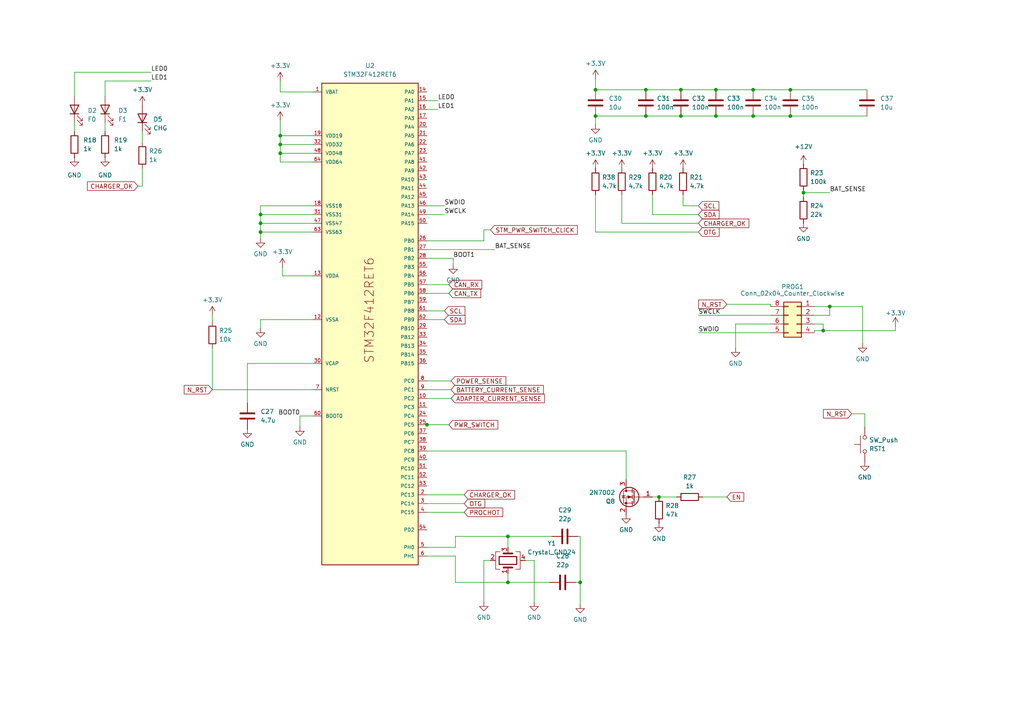
<source format=kicad_sch>
(kicad_sch (version 20231120) (generator "eeschema") (generator_version "8.0")
  (paper "A4")
  (lib_symbols
    (symbol "Connector_Generic:Conn_02x04_Counter_Clockwise" (pin_names (offset 1.016) hide)
      (property "Reference" "J" (at 1.27 5.08 0))
      (property "Value" "Conn_02x04_Counter_Clockwise" (at 1.27 -7.62 0))
      (symbol "Conn_02x04_Counter_Clockwise_1_1"
        (rectangle (start -1.27 -4.953) (end 0 -5.207) (stroke (width 0.1524)))
        (rectangle (start -1.27 -2.413) (end 0 -2.667) (stroke (width 0.1524)))
        (rectangle (start -1.27 0.127) (end 0 -0.127) (stroke (width 0.1524)))
        (rectangle (start -1.27 2.667) (end 0 2.413) (stroke (width 0.1524)))
        (rectangle (start -1.27 3.81) (end 3.81 -6.35) (stroke (width 0.254)) (fill (type background)))
        (rectangle (start 3.81 -4.953) (end 2.54 -5.207) (stroke (width 0.1524)))
        (rectangle (start 3.81 -2.413) (end 2.54 -2.667) (stroke (width 0.1524)))
        (rectangle (start 3.81 0.127) (end 2.54 -0.127) (stroke (width 0.1524)))
        (rectangle (start 3.81 2.667) (end 2.54 2.413) (stroke (width 0.1524)))
        (pin passive line (at -5.08 2.54 0) (length 3.81) (name "Pin_1") (number "1"))
        (pin passive line (at -5.08 0 0) (length 3.81) (name "Pin_2") (number "2"))
        (pin passive line (at -5.08 -2.54 0) (length 3.81) (name "Pin_3") (number "3"))
        (pin passive line (at -5.08 -5.08 0) (length 3.81) (name "Pin_4") (number "4"))
        (pin passive line (at 7.62 -5.08 180) (length 3.81) (name "Pin_5") (number "5"))
        (pin passive line (at 7.62 -2.54 180) (length 3.81) (name "Pin_6") (number "6"))
        (pin passive line (at 7.62 0 180) (length 3.81) (name "Pin_7") (number "7"))
        (pin passive line (at 7.62 2.54 180) (length 3.81) (name "Pin_8") (number "8"))
      )
    )
    (symbol "Device:C" (pin_numbers hide) (pin_names (offset 0.254))
      (property "Reference" "C" (at 0.635 2.54 0))
      (property "Value" "C" (at 0.635 -2.54 0))
      (symbol "C_0_1"
        (polyline (pts (xy -2.032 -0.762) (xy 2.032 -0.762)) (stroke (width 0.508)))
        (polyline (pts (xy -2.032 0.762) (xy 2.032 0.762)) (stroke (width 0.508)))
      )
      (symbol "C_1_1"
        (pin passive line (at 0 3.81 270) (length 2.794) (name "~") (number "1"))
        (pin passive line (at 0 -3.81 90) (length 2.794) (name "~") (number "2"))
      )
    )
    (symbol "Device:Crystal_GND24" (pin_names (offset 1.016) hide)
      (property "Reference" "Y" (at 3.175 5.08 0))
      (property "Value" "Crystal_GND24" (at 3.175 3.175 0))
      (symbol "Crystal_GND24_0_1"
        (rectangle (start -1.143 2.54) (end 1.143 -2.54) (stroke (width 0.3048)))
        (polyline (pts (xy -2.54 0) (xy -2.032 0)))
        (polyline (pts (xy -2.032 -1.27) (xy -2.032 1.27)) (stroke (width 0.508)))
        (polyline (pts (xy 0 -3.81) (xy 0 -3.556)))
        (polyline (pts (xy 0 3.556) (xy 0 3.81)))
        (polyline (pts (xy 2.032 -1.27) (xy 2.032 1.27)) (stroke (width 0.508)))
        (polyline (pts (xy 2.032 0) (xy 2.54 0)))
        (polyline (pts (xy -2.54 -2.286) (xy -2.54 -3.556) (xy 2.54 -3.556) (xy 2.54 -2.286)))
        (polyline (pts (xy -2.54 2.286) (xy -2.54 3.556) (xy 2.54 3.556) (xy 2.54 2.286)))
      )
      (symbol "Crystal_GND24_1_1"
        (pin passive line (at -3.81 0 0) (length 1.27) (name "1") (number "1"))
        (pin passive line (at 0 5.08 270) (length 1.27) (name "2") (number "2"))
        (pin passive line (at 3.81 0 180) (length 1.27) (name "3") (number "3"))
        (pin passive line (at 0 -5.08 90) (length 1.27) (name "4") (number "4"))
      )
    )
    (symbol "Device:LED" (pin_numbers hide) (pin_names (offset 1.016) hide)
      (property "Reference" "D" (at 0 2.54 0))
      (property "Value" "LED" (at 0 -2.54 0))
      (symbol "LED_0_1"
        (polyline (pts (xy -1.27 -1.27) (xy -1.27 1.27)) (stroke (width 0.254)))
        (polyline (pts (xy -1.27 0) (xy 1.27 0)))
        (polyline (pts (xy 1.27 -1.27) (xy 1.27 1.27) (xy -1.27 0) (xy 1.27 -1.27)) (stroke (width 0.254)))
        (polyline (pts (xy -3.048 -0.762) (xy -4.572 -2.286) (xy -3.81 -2.286) (xy -4.572 -2.286) (xy -4.572 -1.524)))
        (polyline (pts (xy -1.778 -0.762) (xy -3.302 -2.286) (xy -2.54 -2.286) (xy -3.302 -2.286) (xy -3.302 -1.524)))
      )
      (symbol "LED_1_1"
        (pin passive line (at -3.81 0 0) (length 2.54) (name "K") (number "1"))
        (pin passive line (at 3.81 0 180) (length 2.54) (name "A") (number "2"))
      )
    )
    (symbol "Device:R" (pin_numbers hide) (pin_names (offset 0))
      (property "Reference" "R" (at 2.032 0 90))
      (property "Value" "R" (at 0 0 90))
      (symbol "R_0_1"
        (rectangle (start -1.016 -2.54) (end 1.016 2.54) (stroke (width 0.254)))
      )
      (symbol "R_1_1"
        (pin passive line (at 0 3.81 270) (length 1.27) (name "~") (number "1"))
        (pin passive line (at 0 -3.81 90) (length 1.27) (name "~") (number "2"))
      )
    )
    (symbol "STM32F412RET6:STM32F412RET6" (pin_names (offset 1.016))
      (property "Reference" "U" (at 0 140.208 0))
      (property "Value" "STM32F412RET6" (at 0 -2.54 0))
      (symbol "STM32F412RET6_0_0"
        (rectangle (start 0 0) (end 27.94 139.7) (stroke (width 0.254)) (fill (type background)))
        (text "STM32F412RET6" (at 15.24 58.42 900) (effects (font (size 2.54 2.54)) (justify left bottom)))
        (pin power_in line (at -2.54 137.16 0) (length 2.54) (name "VBAT") (number "1"))
        (pin bidirectional line (at 30.48 48.26 180) (length 2.54) (name "PC2") (number "10"))
        (pin bidirectional line (at 30.48 45.72 180) (length 2.54) (name "PC3") (number "11"))
        (pin power_in line (at -2.54 71.12 0) (length 2.54) (name "VSSA") (number "12"))
        (pin power_in line (at -2.54 83.82 0) (length 2.54) (name "VDDA") (number "13"))
        (pin bidirectional line (at 30.48 137.16 180) (length 2.54) (name "PA0") (number "14"))
        (pin bidirectional line (at 30.48 134.62 180) (length 2.54) (name "PA1") (number "15"))
        (pin bidirectional line (at 30.48 132.08 180) (length 2.54) (name "PA2") (number "16"))
        (pin bidirectional line (at 30.48 129.54 180) (length 2.54) (name "PA3") (number "17"))
        (pin power_in line (at -2.54 104.14 0) (length 2.54) (name "VSS18") (number "18"))
        (pin power_in line (at -2.54 124.46 0) (length 2.54) (name "VDD19") (number "19"))
        (pin bidirectional line (at 30.48 20.32 180) (length 2.54) (name "PC13") (number "2"))
        (pin bidirectional line (at 30.48 127 180) (length 2.54) (name "PA4") (number "20"))
        (pin bidirectional line (at 30.48 124.46 180) (length 2.54) (name "PA5") (number "21"))
        (pin bidirectional line (at 30.48 121.92 180) (length 2.54) (name "PA6") (number "22"))
        (pin bidirectional line (at 30.48 119.38 180) (length 2.54) (name "PA7") (number "23"))
        (pin bidirectional line (at 30.48 43.18 180) (length 2.54) (name "PC4") (number "24"))
        (pin bidirectional line (at 30.48 40.64 180) (length 2.54) (name "PC5") (number "25"))
        (pin bidirectional line (at 30.48 93.98 180) (length 2.54) (name "PB0") (number "26"))
        (pin bidirectional line (at 30.48 91.44 180) (length 2.54) (name "PB1") (number "27"))
        (pin bidirectional line (at 30.48 88.9 180) (length 2.54) (name "PB2") (number "28"))
        (pin bidirectional line (at 30.48 68.58 180) (length 2.54) (name "PB10") (number "29"))
        (pin bidirectional line (at 30.48 17.78 180) (length 2.54) (name "PC14") (number "3"))
        (pin power_in line (at -2.54 58.42 0) (length 2.54) (name "VCAP") (number "30"))
        (pin power_in line (at -2.54 101.6 0) (length 2.54) (name "VSS31") (number "31"))
        (pin power_in line (at -2.54 121.92 0) (length 2.54) (name "VDD32") (number "32"))
        (pin bidirectional line (at 30.48 66.04 180) (length 2.54) (name "PB12") (number "33"))
        (pin bidirectional line (at 30.48 63.5 180) (length 2.54) (name "PB13") (number "34"))
        (pin bidirectional line (at 30.48 60.96 180) (length 2.54) (name "PB14") (number "35"))
        (pin bidirectional line (at 30.48 58.42 180) (length 2.54) (name "PB15") (number "36"))
        (pin bidirectional line (at 30.48 38.1 180) (length 2.54) (name "PC6") (number "37"))
        (pin bidirectional line (at 30.48 35.56 180) (length 2.54) (name "PC7") (number "38"))
        (pin bidirectional line (at 30.48 33.02 180) (length 2.54) (name "PC8") (number "39"))
        (pin bidirectional line (at 30.48 15.24 180) (length 2.54) (name "PC15") (number "4"))
        (pin bidirectional line (at 30.48 30.48 180) (length 2.54) (name "PC9") (number "40"))
        (pin bidirectional line (at 30.48 116.84 180) (length 2.54) (name "PA8") (number "41"))
        (pin bidirectional line (at 30.48 114.3 180) (length 2.54) (name "PA9") (number "42"))
        (pin bidirectional line (at 30.48 111.76 180) (length 2.54) (name "PA10") (number "43"))
        (pin bidirectional line (at 30.48 109.22 180) (length 2.54) (name "PA11") (number "44"))
        (pin bidirectional line (at 30.48 106.68 180) (length 2.54) (name "PA12") (number "45"))
        (pin bidirectional line (at 30.48 104.14 180) (length 2.54) (name "PA13") (number "46"))
        (pin power_in line (at -2.54 99.06 0) (length 2.54) (name "VSS47") (number "47"))
        (pin power_in line (at -2.54 119.38 0) (length 2.54) (name "VDD48") (number "48"))
        (pin bidirectional line (at 30.48 101.6 180) (length 2.54) (name "PA14") (number "49"))
        (pin bidirectional line (at 30.48 5.08 180) (length 2.54) (name "PH0") (number "5"))
        (pin bidirectional line (at 30.48 99.06 180) (length 2.54) (name "PA15") (number "50"))
        (pin bidirectional line (at 30.48 27.94 180) (length 2.54) (name "PC10") (number "51"))
        (pin bidirectional line (at 30.48 25.4 180) (length 2.54) (name "PC11") (number "52"))
        (pin bidirectional line (at 30.48 22.86 180) (length 2.54) (name "PC12") (number "53"))
        (pin bidirectional line (at 30.48 10.16 180) (length 2.54) (name "PD2") (number "54"))
        (pin bidirectional line (at 30.48 86.36 180) (length 2.54) (name "PB3") (number "55"))
        (pin bidirectional line (at 30.48 83.82 180) (length 2.54) (name "PB4") (number "56"))
        (pin bidirectional line (at 30.48 81.28 180) (length 2.54) (name "PB5") (number "57"))
        (pin bidirectional line (at 30.48 78.74 180) (length 2.54) (name "PB6") (number "58"))
        (pin bidirectional line (at 30.48 76.2 180) (length 2.54) (name "PB7") (number "59"))
        (pin bidirectional line (at 30.48 2.54 180) (length 2.54) (name "PH1") (number "6"))
        (pin input line (at -2.54 43.18 0) (length 2.54) (name "BOOT0") (number "60"))
        (pin bidirectional line (at 30.48 73.66 180) (length 2.54) (name "PB8") (number "61"))
        (pin bidirectional line (at 30.48 71.12 180) (length 2.54) (name "PB9") (number "62"))
        (pin power_in line (at -2.54 96.52 0) (length 2.54) (name "VSS63") (number "63"))
        (pin power_in line (at -2.54 116.84 0) (length 2.54) (name "VDD64") (number "64"))
        (pin input line (at -2.54 50.8 0) (length 2.54) (name "NRST") (number "7"))
        (pin bidirectional line (at 30.48 53.34 180) (length 2.54) (name "PC0") (number "8"))
        (pin bidirectional line (at 30.48 50.8 180) (length 2.54) (name "PC1") (number "9"))
      )
    )
    (symbol "Switch:SW_Push" (pin_numbers hide) (pin_names (offset 1.016) hide)
      (property "Reference" "SW" (at 1.27 2.54 0))
      (property "Value" "SW_Push" (at 0 -1.524 0))
      (symbol "SW_Push_0_1"
        (circle (center -2.032 0) (radius 0.508))
        (polyline (pts (xy 0 1.27) (xy 0 3.048)))
        (polyline (pts (xy 2.54 1.27) (xy -2.54 1.27)))
        (circle (center 2.032 0) (radius 0.508))
        (pin passive line (at -5.08 0 0) (length 2.54) (name "1") (number "1"))
        (pin passive line (at 5.08 0 180) (length 2.54) (name "2") (number "2"))
      )
    )
    (symbol "Transistor_FET:2N7002" (pin_names hide)
      (property "Reference" "Q" (at 5.08 1.905 0))
      (property "Value" "2N7002" (at 5.08 0 0))
      (symbol "2N7002_0_1"
        (polyline (pts (xy 0.254 0) (xy -2.54 0)))
        (polyline (pts (xy 0.254 1.905) (xy 0.254 -1.905)) (stroke (width 0.254)))
        (polyline (pts (xy 0.762 -1.27) (xy 0.762 -2.286)) (stroke (width 0.254)))
        (polyline (pts (xy 0.762 0.508) (xy 0.762 -0.508)) (stroke (width 0.254)))
        (polyline (pts (xy 0.762 2.286) (xy 0.762 1.27)) (stroke (width 0.254)))
        (polyline (pts (xy 2.54 2.54) (xy 2.54 1.778)))
        (polyline (pts (xy 2.54 -2.54) (xy 2.54 0) (xy 0.762 0)))
        (polyline (pts (xy 0.762 -1.778) (xy 3.302 -1.778) (xy 3.302 1.778) (xy 0.762 1.778)))
        (polyline (pts (xy 1.016 0) (xy 2.032 0.381) (xy 2.032 -0.381) (xy 1.016 0)) (fill (type outline)))
        (polyline (pts (xy 2.794 0.508) (xy 2.921 0.381) (xy 3.683 0.381) (xy 3.81 0.254)))
        (polyline (pts (xy 3.302 0.381) (xy 2.921 -0.254) (xy 3.683 -0.254) (xy 3.302 0.381)))
        (circle (center 1.651 0) (radius 2.794) (stroke (width 0.254)))
        (circle (center 2.54 -1.778) (radius 0.254) (fill (type outline)))
        (circle (center 2.54 1.778) (radius 0.254) (fill (type outline)))
      )
      (symbol "2N7002_1_1"
        (pin input line (at -5.08 0 0) (length 2.54) (name "G") (number "1"))
        (pin passive line (at 2.54 -5.08 90) (length 2.54) (name "S") (number "2"))
        (pin passive line (at 2.54 5.08 270) (length 2.54) (name "D") (number "3"))
      )
    )
    (symbol "power:+12V" (power) (pin_numbers hide) (pin_names (offset 0) hide)
      (property "Value" "+12V" (at 0 3.556 0))
      (symbol "+12V_0_1"
        (polyline (pts (xy -0.762 1.27) (xy 0 2.54)))
        (polyline (pts (xy 0 0) (xy 0 2.54)))
        (polyline (pts (xy 0 2.54) (xy 0.762 1.27)))
      )
      (symbol "+12V_1_1"
        (pin power_in line (at 0 0 90) (length 0) (name "~") (number "1"))
      )
    )
    (symbol "power:+3.3V" (power) (pin_numbers hide) (pin_names (offset 0) hide)
      (property "Value" "+3.3V" (at 0 3.556 0))
      (symbol "+3.3V_0_1"
        (polyline (pts (xy -0.762 1.27) (xy 0 2.54)))
        (polyline (pts (xy 0 0) (xy 0 2.54)))
        (polyline (pts (xy 0 2.54) (xy 0.762 1.27)))
      )
      (symbol "+3.3V_1_1"
        (pin power_in line (at 0 0 90) (length 0) (name "~") (number "1"))
      )
    )
    (symbol "power:GND" (power) (pin_numbers hide) (pin_names (offset 0) hide)
      (property "Value" "GND" (at 0 -3.81 0))
      (symbol "GND_0_1"
        (polyline (pts (xy 0 0) (xy 0 -1.27) (xy 1.27 -1.27) (xy 0 -2.54) (xy -1.27 -1.27) (xy 0 -1.27)))
      )
      (symbol "GND_1_1"
        (pin power_in line (at 0 0 270) (length 0) (name "~") (number "1"))
      )
    )
  )
  (junction (at 218.44 26.035))
  (junction (at 172.72 26.035))
  (junction (at 240.665 88.9))
  (junction (at 238.76 95.885))
  (junction (at 168.275 168.91))
  (junction (at 172.72 33.655))
  (junction (at 81.28 41.91))
  (junction (at 187.325 26.035))
  (junction (at 147.32 155.575))
  (junction (at 187.325 33.655))
  (junction (at 75.565 64.77))
  (junction (at 197.485 33.655))
  (junction (at 233.045 55.88))
  (junction (at 207.645 26.035))
  (junction (at 229.235 26.035))
  (junction (at 229.235 33.655))
  (junction (at 147.32 168.91))
  (junction (at 218.44 33.655))
  (junction (at 75.565 67.31))
  (junction (at 123.825 123.19))
  (junction (at 207.645 33.655))
  (junction (at 81.28 44.45))
  (junction (at 197.485 26.035))
  (junction (at 191.135 144.145))
  (junction (at 75.565 62.23))
  (junction (at 81.28 39.37))
  (wire (pts (xy 132.08 158.75) (xy 132.08 155.575)))
  (wire (pts (xy 229.235 26.035) (xy 251.46 26.035)))
  (wire (pts (xy 75.565 62.23) (xy 90.805 62.23)))
  (wire (pts (xy 81.915 80.01) (xy 90.805 80.01)))
  (wire (pts (xy 238.76 93.98) (xy 238.76 95.885)))
  (wire (pts (xy 61.595 113.03) (xy 90.805 113.03)))
  (wire (pts (xy 123.825 110.49) (xy 130.81 110.49)))
  (wire (pts (xy 75.565 67.31) (xy 90.805 67.31)))
  (wire (pts (xy 172.72 33.655) (xy 172.72 36.195)))
  (wire (pts (xy 123.825 158.75) (xy 132.08 158.75)))
  (wire (pts (xy 223.52 88.265) (xy 223.52 88.9)))
  (wire (pts (xy 75.565 62.23) (xy 75.565 64.77)))
  (wire (pts (xy 203.835 144.145) (xy 210.82 144.145)))
  (wire (pts (xy 218.44 33.655) (xy 229.235 33.655)))
  (wire (pts (xy 90.805 92.71) (xy 75.565 92.71)))
  (wire (pts (xy 123.825 113.03) (xy 130.81 113.03)))
  (wire (pts (xy 189.23 62.23) (xy 189.23 56.515)))
  (wire (pts (xy 81.28 44.45) (xy 81.28 41.91)))
  (wire (pts (xy 90.805 41.91) (xy 81.28 41.91)))
  (wire (pts (xy 123.825 115.57) (xy 130.81 115.57)))
  (wire (pts (xy 207.645 26.035) (xy 218.44 26.035)))
  (wire (pts (xy 140.335 66.675) (xy 142.24 66.675)))
  (wire (pts (xy 131.445 74.93) (xy 131.445 76.835)))
  (wire (pts (xy 172.72 22.86) (xy 172.72 26.035)))
  (wire (pts (xy 71.755 105.41) (xy 90.805 105.41)))
  (wire (pts (xy 41.275 48.895) (xy 41.275 53.975)))
  (wire (pts (xy 81.28 39.37) (xy 81.28 34.925)))
  (wire (pts (xy 81.915 77.47) (xy 81.915 80.01)))
  (wire (pts (xy 187.325 33.655) (xy 172.72 33.655)))
  (wire (pts (xy 140.335 66.675) (xy 140.335 69.85)))
  (wire (pts (xy 41.275 53.975) (xy 40.005 53.975)))
  (wire (pts (xy 86.995 120.65) (xy 86.995 123.825)))
  (wire (pts (xy 21.59 35.56) (xy 21.59 38.1)))
  (wire (pts (xy 123.825 59.69) (xy 128.905 59.69)))
  (wire (pts (xy 30.48 23.495) (xy 30.48 27.94)))
  (wire (pts (xy 210.82 88.265) (xy 223.52 88.265)))
  (wire (pts (xy 123.825 123.19) (xy 130.175 123.19)))
  (wire (pts (xy 197.485 33.655) (xy 207.645 33.655)))
  (wire (pts (xy 123.825 92.71) (xy 128.905 92.71)))
  (wire (pts (xy 250.19 88.9) (xy 240.665 88.9)))
  (wire (pts (xy 86.995 120.65) (xy 90.805 120.65)))
  (wire (pts (xy 147.32 168.91) (xy 147.32 166.37)))
  (wire (pts (xy 147.32 155.575) (xy 147.32 158.75)))
  (wire (pts (xy 154.94 162.56) (xy 154.94 174.625)))
  (wire (pts (xy 197.485 26.035) (xy 207.645 26.035)))
  (wire (pts (xy 140.335 174.625) (xy 140.335 162.56)))
  (wire (pts (xy 123.825 161.29) (xy 132.08 161.29)))
  (wire (pts (xy 250.19 99.695) (xy 250.19 88.9)))
  (wire (pts (xy 168.275 168.91) (xy 168.275 175.26)))
  (wire (pts (xy 81.28 26.67) (xy 90.805 26.67)))
  (wire (pts (xy 147.32 168.91) (xy 159.385 168.91)))
  (wire (pts (xy 213.36 93.98) (xy 223.52 93.98)))
  (wire (pts (xy 81.28 23.495) (xy 81.28 26.67)))
  (wire (pts (xy 75.565 69.215) (xy 75.565 67.31)))
  (wire (pts (xy 43.815 23.495) (xy 30.48 23.495)))
  (wire (pts (xy 233.045 55.245) (xy 233.045 55.88)))
  (wire (pts (xy 147.32 155.575) (xy 160.02 155.575)))
  (wire (pts (xy 167.005 168.91) (xy 168.275 168.91)))
  (wire (pts (xy 233.045 55.88) (xy 233.045 57.15)))
  (wire (pts (xy 123.825 72.39) (xy 143.51 72.39)))
  (wire (pts (xy 90.805 44.45) (xy 81.28 44.45)))
  (wire (pts (xy 90.805 46.99) (xy 81.28 46.99)))
  (wire (pts (xy 218.44 26.035) (xy 229.235 26.035)))
  (wire (pts (xy 81.28 41.91) (xy 81.28 39.37)))
  (wire (pts (xy 123.825 62.23) (xy 128.905 62.23)))
  (wire (pts (xy 187.325 33.655) (xy 197.485 33.655)))
  (wire (pts (xy 75.565 92.71) (xy 75.565 95.25)))
  (wire (pts (xy 240.665 88.9) (xy 236.22 88.9)))
  (wire (pts (xy 202.565 91.44) (xy 223.52 91.44)))
  (wire (pts (xy 202.565 67.31) (xy 172.72 67.31)))
  (wire (pts (xy 123.825 31.75) (xy 127 31.75)))
  (wire (pts (xy 250.825 120.015) (xy 250.825 123.825)))
  (wire (pts (xy 236.22 91.44) (xy 240.665 91.44)))
  (wire (pts (xy 41.275 38.1) (xy 41.275 41.275)))
  (wire (pts (xy 61.595 100.965) (xy 61.595 113.03)))
  (wire (pts (xy 123.825 82.55) (xy 130.175 82.55)))
  (wire (pts (xy 202.565 64.77) (xy 180.34 64.77)))
  (wire (pts (xy 240.665 91.44) (xy 240.665 88.9)))
  (wire (pts (xy 90.805 39.37) (xy 81.28 39.37)))
  (wire (pts (xy 132.08 155.575) (xy 147.32 155.575)))
  (wire (pts (xy 229.235 33.655) (xy 251.46 33.655)))
  (wire (pts (xy 152.4 162.56) (xy 154.94 162.56)))
  (wire (pts (xy 233.045 55.88) (xy 240.665 55.88)))
  (wire (pts (xy 75.565 64.77) (xy 75.565 67.31)))
  (wire (pts (xy 123.825 146.05) (xy 134.62 146.05)))
  (wire (pts (xy 132.08 161.29) (xy 132.08 168.91)))
  (wire (pts (xy 21.59 20.955) (xy 21.59 27.94)))
  (wire (pts (xy 132.08 168.91) (xy 147.32 168.91)))
  (wire (pts (xy 90.805 59.69) (xy 75.565 59.69)))
  (wire (pts (xy 259.715 95.885) (xy 259.715 94.615)))
  (wire (pts (xy 61.595 91.44) (xy 61.595 93.345)))
  (wire (pts (xy 259.715 95.885) (xy 238.76 95.885)))
  (wire (pts (xy 236.22 93.98) (xy 238.76 93.98)))
  (wire (pts (xy 140.335 69.85) (xy 123.825 69.85)))
  (wire (pts (xy 140.335 162.56) (xy 142.24 162.56)))
  (wire (pts (xy 238.76 95.885) (xy 236.22 95.885)))
  (wire (pts (xy 123.825 85.09) (xy 130.175 85.09)))
  (wire (pts (xy 123.825 90.17) (xy 128.905 90.17)))
  (wire (pts (xy 123.825 29.21) (xy 127 29.21)))
  (wire (pts (xy 181.61 130.81) (xy 181.61 139.065)))
  (wire (pts (xy 123.19 123.19) (xy 123.825 123.19)))
  (wire (pts (xy 75.565 59.69) (xy 75.565 62.23)))
  (wire (pts (xy 247.015 120.015) (xy 250.825 120.015)))
  (wire (pts (xy 202.565 59.69) (xy 198.12 59.69)))
  (wire (pts (xy 202.565 96.52) (xy 223.52 96.52)))
  (wire (pts (xy 123.825 143.51) (xy 134.62 143.51)))
  (wire (pts (xy 123.825 74.93) (xy 131.445 74.93)))
  (wire (pts (xy 168.275 155.575) (xy 168.275 168.91)))
  (wire (pts (xy 30.48 35.56) (xy 30.48 38.1)))
  (wire (pts (xy 213.36 100.965) (xy 213.36 93.98)))
  (wire (pts (xy 75.565 64.77) (xy 90.805 64.77)))
  (wire (pts (xy 172.72 67.31) (xy 172.72 56.515)))
  (wire (pts (xy 167.64 155.575) (xy 168.275 155.575)))
  (wire (pts (xy 81.28 46.99) (xy 81.28 44.45)))
  (wire (pts (xy 189.23 144.145) (xy 191.135 144.145)))
  (wire (pts (xy 236.22 95.885) (xy 236.22 96.52)))
  (wire (pts (xy 43.815 20.955) (xy 21.59 20.955)))
  (wire (pts (xy 187.325 26.035) (xy 197.485 26.035)))
  (wire (pts (xy 123.825 130.81) (xy 181.61 130.81)))
  (wire (pts (xy 180.34 64.77) (xy 180.34 56.515)))
  (wire (pts (xy 123.825 148.59) (xy 134.62 148.59)))
  (wire (pts (xy 198.12 59.69) (xy 198.12 56.515)))
  (wire (pts (xy 207.645 33.655) (xy 218.44 33.655)))
  (wire (pts (xy 191.135 144.145) (xy 196.215 144.145)))
  (wire (pts (xy 202.565 62.23) (xy 189.23 62.23)))
  (wire (pts (xy 71.755 116.84) (xy 71.755 105.41)))
  (wire (pts (xy 172.72 26.035) (xy 187.325 26.035)))
  (label "SWDIO" (at 202.565 96.52 0))
  (label "LED1" (at 127 31.75 0))
  (label "SWCLK" (at 202.565 91.44 0))
  (label "LED0" (at 43.815 20.955 0))
  (label "LED1" (at 43.815 23.495 0))
  (label "BAT_SENSE" (at 143.51 72.39 0))
  (label "BOOT1" (at 131.445 74.93 0))
  (label "BAT_SENSE" (at 240.665 55.88 0))
  (label "SWDIO" (at 128.905 59.69 0))
  (label "SWCLK" (at 128.905 62.23 0))
  (label "BOOT0" (at 86.995 120.65 180))
  (label "LED0" (at 127 29.21 0))
  (global_label "OTG" (shape input) (at 134.62 146.05 0) (property "Intersheetrefs" "${INTERSHEET_REFS}" (effects (hide yes))))
  (global_label "CAN_TX" (shape input) (at 130.175 85.09 0) (property "Intersheetrefs" "${INTERSHEET_REFS}" (effects (hide yes))))
  (global_label "CHARGER_OK" (shape input) (at 40.005 53.975 180) (property "Intersheetrefs" "${INTERSHEET_REFS}" (effects (hide yes))))
  (global_label "PROCHOT" (shape input) (at 134.62 148.59 0) (property "Intersheetrefs" "${INTERSHEET_REFS}" (effects (hide yes))))
  (global_label "N_RST" (shape input) (at 247.015 120.015 180) (property "Intersheetrefs" "${INTERSHEET_REFS}" (effects (hide yes))))
  (global_label "PWR_SWITCH" (shape input) (at 130.175 123.19 0) (property "Intersheetrefs" "${INTERSHEET_REFS}" (effects (hide yes))))
  (global_label "CHARGER_OK" (shape input) (at 134.62 143.51 0) (property "Intersheetrefs" "${INTERSHEET_REFS}" (effects (hide yes))))
  (global_label "EN" (shape input) (at 210.82 144.145 0) (property "Intersheetrefs" "${INTERSHEET_REFS}" (effects (hide yes))))
  (global_label "OTG" (shape input) (at 202.565 67.31 0) (property "Intersheetrefs" "${INTERSHEET_REFS}" (effects (hide yes))))
  (global_label "N_RST" (shape input) (at 210.82 88.265 180) (property "Intersheetrefs" "${INTERSHEET_REFS}" (effects (hide yes))))
  (global_label "CHARGER_OK" (shape input) (at 202.565 64.77 0) (property "Intersheetrefs" "${INTERSHEET_REFS}" (effects (hide yes))))
  (global_label "SCL" (shape input) (at 202.565 59.69 0) (property "Intersheetrefs" "${INTERSHEET_REFS}" (effects (hide yes))))
  (global_label "SDA" (shape input) (at 202.565 62.23 0) (property "Intersheetrefs" "${INTERSHEET_REFS}" (effects (hide yes))))
  (global_label "POWER_SENSE" (shape input) (at 130.81 110.49 0) (property "Intersheetrefs" "${INTERSHEET_REFS}" (effects (hide yes))))
  (global_label "CAN_RX" (shape input) (at 130.175 82.55 0) (property "Intersheetrefs" "${INTERSHEET_REFS}" (effects (hide yes))))
  (global_label "SDA" (shape input) (at 128.905 92.71 0) (property "Intersheetrefs" "${INTERSHEET_REFS}" (effects (hide yes))))
  (global_label "STM_PWR_SWITCH_CLICK" (shape input) (at 142.24 66.675 0) (property "Intersheetrefs" "${INTERSHEET_REFS}" (effects (hide yes))))
  (global_label "ADAPTER_CURRENT_SENSE" (shape input) (at 130.81 115.57 0) (property "Intersheetrefs" "${INTERSHEET_REFS}" (effects (hide yes))))
  (global_label "BATTERY_CURRENT_SENSE" (shape input) (at 130.81 113.03 0) (property "Intersheetrefs" "${INTERSHEET_REFS}" (effects (hide yes))))
  (global_label "N_RST" (shape input) (at 61.595 113.03 180) (property "Intersheetrefs" "${INTERSHEET_REFS}" (effects (hide yes))))
  (global_label "SCL" (shape input) (at 128.905 90.17 0) (property "Intersheetrefs" "${INTERSHEET_REFS}" (effects (hide yes))))
  (symbol (lib_id "Device:C") (at 71.755 120.65 0) (unit 1)
    (property "Reference" "C27" (at 75.565 119.3799 0) (effects (justify left)))
    (property "Value" "4.7u" (at 75.565 121.9199 0) (effects (justify left)))
    (property "Footprint" "Capacitor_SMD:C_0805_2012Metric_Pad1.18x1.45mm_HandSolder" (effects (hide yes)))
    (property "Description" "Unpolarized capacitor" (effects (hide yes)))
  )
  (symbol (lib_id "Device:R") (at 198.12 52.705 0) (unit 1)
    (property "Reference" "R21" (at 200.025 51.4349 0) (effects (justify left)))
    (property "Value" "4.7k" (at 200.025 53.9749 0) (effects (justify left)))
    (property "Footprint" "Resistor_SMD:R_0603_1608Metric_Pad0.98x0.95mm_HandSolder" (effects (hide yes)))
    (property "Description" "Resistor" (effects (hide yes)))
  )
  (symbol (lib_id "power:+3.3V") (at 172.72 48.895 0) (unit 1)
    (property "Reference" "#PWR0107" (effects (hide yes)))
    (property "Value" "+3.3V" (at 172.72 44.45 0))
    (property "Description" "Power symbol creates a global label with name \"+3.3V\"" (effects (hide yes)))
  )
  (symbol (lib_id "power:GND") (at 250.825 133.985 0) (unit 1)
    (property "Reference" "#PWR064" (effects (hide yes)))
    (property "Value" "GND" (at 250.825 138.43 0))
    (property "Description" "Power symbol creates a global label with name \"GND\" , ground" (effects (hide yes)))
  )
  (symbol (lib_id "Device:R") (at 200.025 144.145 90) (unit 1)
    (property "Reference" "R27" (at 200.025 138.43 90))
    (property "Value" "1k" (at 200.025 140.97 90))
    (property "Footprint" "Resistor_SMD:R_0603_1608Metric_Pad0.98x0.95mm_HandSolder" (effects (hide yes)))
    (property "Description" "Resistor" (effects (hide yes)))
  )
  (symbol (lib_id "power:GND") (at 213.36 100.965 0) (unit 1)
    (property "Reference" "#PWR066" (effects (hide yes)))
    (property "Value" "GND" (at 213.36 105.41 0))
    (property "Description" "Power symbol creates a global label with name \"GND\" , ground" (effects (hide yes)))
  )
  (symbol (lib_id "power:GND") (at 140.335 174.625 0) (unit 1)
    (property "Reference" "#PWR059" (effects (hide yes)))
    (property "Value" "GND" (at 140.335 179.07 0))
    (property "Description" "Power symbol creates a global label with name \"GND\" , ground" (effects (hide yes)))
  )
  (symbol (lib_id "Device:R") (at 172.72 52.705 0) (unit 1)
    (property "Reference" "R38" (at 174.625 51.4349 0) (effects (justify left)))
    (property "Value" "4.7k" (at 174.625 53.9749 0) (effects (justify left)))
    (property "Footprint" "Resistor_SMD:R_0603_1608Metric_Pad0.98x0.95mm_HandSolder" (effects (hide yes)))
    (property "Description" "Resistor" (effects (hide yes)))
  )
  (symbol (lib_id "Device:R") (at 233.045 60.96 0) (unit 1)
    (property "Reference" "R24" (at 234.95 59.6899 0) (effects (justify left)))
    (property "Value" "22k" (at 234.95 62.2299 0) (effects (justify left)))
    (property "Footprint" "Resistor_SMD:R_0603_1608Metric_Pad0.98x0.95mm_HandSolder" (effects (hide yes)))
    (property "Description" "Resistor" (effects (hide yes)))
  )
  (symbol (lib_id "Device:R") (at 21.59 41.91 0) (unit 1)
    (property "Reference" "R18" (at 24.13 40.6399 0) (effects (justify left)))
    (property "Value" "1k" (at 24.13 43.1799 0) (effects (justify left)))
    (property "Footprint" "Resistor_SMD:R_0603_1608Metric_Pad0.98x0.95mm_HandSolder" (effects (hide yes)))
    (property "Description" "Resistor" (effects (hide yes)))
  )
  (symbol (lib_id "power:GND") (at 168.275 175.26 0) (unit 1)
    (property "Reference" "#PWR061" (effects (hide yes)))
    (property "Value" "GND" (at 168.275 179.705 0))
    (property "Description" "Power symbol creates a global label with name \"GND\" , ground" (effects (hide yes)))
  )
  (symbol (lib_id "power:GND") (at 154.94 174.625 0) (unit 1)
    (property "Reference" "#PWR060" (effects (hide yes)))
    (property "Value" "GND" (at 154.94 179.07 0))
    (property "Description" "Power symbol creates a global label with name \"GND\" , ground" (effects (hide yes)))
  )
  (symbol (lib_id "Device:Crystal_GND24") (at 147.32 162.56 90) (unit 1)
    (property "Reference" "Y1" (at 160.02 157.6068 90))
    (property "Value" "Crystal_GND24" (at 160.02 160.1468 90))
    (property "Footprint" "Crystal:Crystal_SMD_2520-4Pin_2.5x2.0mm" (effects (hide yes)))
    (property "Description" "Four pin crystal, GND on pins 2 and 4" (effects (hide yes)))
  )
  (symbol (lib_id "power:GND") (at 181.61 149.225 0) (unit 1)
    (property "Reference" "#PWR0104" (effects (hide yes)))
    (property "Value" "GND" (at 181.61 153.67 0))
    (property "Description" "Power symbol creates a global label with name \"GND\" , ground" (effects (hide yes)))
  )
  (symbol (lib_id "power:+3.3V") (at 81.28 34.925 0) (unit 1)
    (property "Reference" "#PWR055" (effects (hide yes)))
    (property "Value" "+3.3V" (at 81.28 30.48 0))
    (property "Description" "Power symbol creates a global label with name \"+3.3V\"" (effects (hide yes)))
  )
  (symbol (lib_id "Device:C") (at 163.195 168.91 90) (unit 1)
    (property "Reference" "C28" (at 163.195 161.29 90))
    (property "Value" "22p" (at 163.195 163.83 90))
    (property "Footprint" "Capacitor_SMD:C_0603_1608Metric_Pad1.08x0.95mm_HandSolder" (effects (hide yes)))
    (property "Description" "Unpolarized capacitor" (effects (hide yes)))
  )
  (symbol (lib_id "Device:C") (at 187.325 29.845 0) (unit 1)
    (property "Reference" "C31" (at 190.5 28.5749 0) (effects (justify left)))
    (property "Value" "100n" (at 190.5 31.1149 0) (effects (justify left)))
    (property "Footprint" "Capacitor_SMD:C_0603_1608Metric_Pad1.08x0.95mm_HandSolder" (effects (hide yes)))
    (property "Description" "Unpolarized capacitor" (effects (hide yes)))
  )
  (symbol (lib_id "power:+3.3V") (at 259.715 94.615 0) (unit 1)
    (property "Reference" "#PWR071" (effects (hide yes)))
    (property "Value" "+3.3V" (at 259.715 90.805 0))
  )
  (symbol (lib_id "power:GND") (at 233.045 64.77 0) (unit 1)
    (property "Reference" "#PWR065" (effects (hide yes)))
    (property "Value" "GND" (at 233.045 69.215 0))
    (property "Description" "Power symbol creates a global label with name \"GND\" , ground" (effects (hide yes)))
  )
  (symbol (lib_id "Transistor_FET:2N7002") (at 184.15 144.145 0) (mirror y) (unit 1)
    (property "Reference" "Q8" (at 178.435 145.4151 0) (effects (justify left)))
    (property "Value" "2N7002" (at 178.435 142.8751 0) (effects (justify left)))
    (property "Footprint" "Package_TO_SOT_SMD:SOT-23" (effects (hide yes)))
    (property "Datasheet" "https://www.onsemi.com/pub/Collateral/NDS7002A-D.PDF" (effects (hide yes)))
    (property "Description" "0.115A Id, 60V Vds, N-Channel MOSFET, SOT-23" (effects (hide yes)))
  )
  (symbol (lib_id "power:GND") (at 75.565 95.25 0) (unit 1)
    (property "Reference" "#PWR053" (effects (hide yes)))
    (property "Value" "GND" (at 75.565 99.695 0))
    (property "Description" "Power symbol creates a global label with name \"GND\" , ground" (effects (hide yes)))
  )
  (symbol (lib_id "Device:LED") (at 21.59 31.75 90) (unit 1)
    (property "Reference" "D2" (at 25.4 32.0674 90) (effects (justify right)))
    (property "Value" "F0" (at 25.4 34.6074 90) (effects (justify right)))
    (property "Footprint" "LED_SMD:LED_0603_1608Metric_Pad1.05x0.95mm_HandSolder" (effects (hide yes)))
    (property "Description" "Light emitting diode" (effects (hide yes)))
  )
  (symbol (lib_id "Device:C") (at 163.83 155.575 90) (unit 1)
    (property "Reference" "C29" (at 163.83 147.955 90))
    (property "Value" "22p" (at 163.83 150.495 90))
    (property "Footprint" "Capacitor_SMD:C_0603_1608Metric_Pad1.08x0.95mm_HandSolder" (effects (hide yes)))
    (property "Description" "Unpolarized capacitor" (effects (hide yes)))
  )
  (symbol (lib_id "power:GND") (at 75.565 69.215 0) (unit 1)
    (property "Reference" "#PWR052" (effects (hide yes)))
    (property "Value" "GND" (at 75.565 73.66 0))
    (property "Description" "Power symbol creates a global label with name \"GND\" , ground" (effects (hide yes)))
  )
  (symbol (lib_id "Device:R") (at 189.23 52.705 0) (unit 1)
    (property "Reference" "R20" (at 191.135 51.4349 0) (effects (justify left)))
    (property "Value" "4.7k" (at 191.135 53.9749 0) (effects (justify left)))
    (property "Footprint" "Resistor_SMD:R_0603_1608Metric_Pad0.98x0.95mm_HandSolder" (effects (hide yes)))
    (property "Description" "Resistor" (effects (hide yes)))
  )
  (symbol (lib_id "power:+3.3V") (at 41.275 30.48 0) (unit 1)
    (property "Reference" "#PWR0101" (effects (hide yes)))
    (property "Value" "+3.3V" (at 41.275 26.035 0))
    (property "Description" "Power symbol creates a global label with name \"+3.3V\"" (effects (hide yes)))
  )
  (symbol (lib_id "Device:LED") (at 41.275 34.29 90) (unit 1)
    (property "Reference" "D5" (at 44.45 34.6074 90) (effects (justify right)))
    (property "Value" "CHG" (at 44.45 37.1474 90) (effects (justify right)))
    (property "Footprint" "LED_SMD:LED_0603_1608Metric_Pad1.05x0.95mm_HandSolder" (effects (hide yes)))
    (property "Description" "Light emitting diode" (effects (hide yes)))
  )
  (symbol (lib_id "power:+3.3V") (at 81.28 23.495 0) (unit 1)
    (property "Reference" "#PWR054" (effects (hide yes)))
    (property "Value" "+3.3V" (at 81.28 19.05 0))
    (property "Description" "Power symbol creates a global label with name \"+3.3V\"" (effects (hide yes)))
  )
  (symbol (lib_id "Device:R") (at 180.34 52.705 0) (unit 1)
    (property "Reference" "R29" (at 182.245 51.4349 0) (effects (justify left)))
    (property "Value" "4.7k" (at 182.245 53.9749 0) (effects (justify left)))
    (property "Footprint" "Resistor_SMD:R_0603_1608Metric_Pad0.98x0.95mm_HandSolder" (effects (hide yes)))
    (property "Description" "Resistor" (effects (hide yes)))
  )
  (symbol (lib_id "Device:LED") (at 30.48 31.75 90) (unit 1)
    (property "Reference" "D3" (at 34.29 32.0674 90) (effects (justify right)))
    (property "Value" "F1" (at 34.29 34.6074 90) (effects (justify right)))
    (property "Footprint" "LED_SMD:LED_0603_1608Metric_Pad1.05x0.95mm_HandSolder" (effects (hide yes)))
    (property "Description" "Light emitting diode" (effects (hide yes)))
  )
  (symbol (lib_id "Device:C") (at 251.46 29.845 0) (unit 1)
    (property "Reference" "C37" (at 255.27 28.5749 0) (effects (justify left)))
    (property "Value" "10u" (at 255.27 31.1149 0) (effects (justify left)))
    (property "Footprint" "Capacitor_SMD:C_0805_2012Metric_Pad1.18x1.45mm_HandSolder" (effects (hide yes)))
    (property "Description" "Unpolarized capacitor" (effects (hide yes)))
  )
  (symbol (lib_id "Switch:SW_Push") (at 250.825 128.905 90) (mirror x) (unit 1)
    (property "Reference" "RST1" (at 252.095 130.1751 90) (effects (justify right)))
    (property "Value" "SW_Push" (at 252.095 127.6351 90) (effects (justify right)))
    (property "Footprint" "Button_Switch_SMD:SW_SPST_PTS647_Sx50" (effects (hide yes)))
    (property "Description" "Push button switch, generic, two pins" (effects (hide yes)))
  )
  (symbol (lib_id "Device:C") (at 197.485 29.845 0) (unit 1)
    (property "Reference" "C32" (at 200.66 28.5749 0) (effects (justify left)))
    (property "Value" "100n" (at 200.66 31.1149 0) (effects (justify left)))
    (property "Footprint" "Capacitor_SMD:C_0603_1608Metric_Pad1.08x0.95mm_HandSolder" (effects (hide yes)))
    (property "Description" "Unpolarized capacitor" (effects (hide yes)))
  )
  (symbol (lib_id "power:GND") (at 71.755 124.46 0) (unit 1)
    (property "Reference" "#PWR051" (effects (hide yes)))
    (property "Value" "GND" (at 71.755 128.905 0))
    (property "Description" "Power symbol creates a global label with name \"GND\" , ground" (effects (hide yes)))
  )
  (symbol (lib_id "power:+12V") (at 233.045 47.625 0) (unit 1)
    (property "Reference" "#PWR058" (effects (hide yes)))
    (property "Value" "+12V" (at 233.045 42.545 0))
    (property "Description" "Power symbol creates a global label with name \"+12V\"" (effects (hide yes)))
  )
  (symbol (lib_id "Device:C") (at 172.72 29.845 0) (unit 1)
    (property "Reference" "C30" (at 176.53 28.5749 0) (effects (justify left)))
    (property "Value" "10u" (at 176.53 31.1149 0) (effects (justify left)))
    (property "Footprint" "Capacitor_SMD:C_0805_2012Metric_Pad1.18x1.45mm_HandSolder" (effects (hide yes)))
    (property "Description" "Unpolarized capacitor" (effects (hide yes)))
  )
  (symbol (lib_id "Device:R") (at 191.135 147.955 180) (unit 1)
    (property "Reference" "R28" (at 193.04 146.6849 0) (effects (justify right)))
    (property "Value" "47k" (at 193.04 149.2249 0) (effects (justify right)))
    (property "Footprint" "Resistor_SMD:R_0603_1608Metric_Pad0.98x0.95mm_HandSolder" (effects (hide yes)))
    (property "Description" "Resistor" (effects (hide yes)))
  )
  (symbol (lib_id "power:GND") (at 131.445 76.835 0) (unit 1)
    (property "Reference" "#PWR047" (effects (hide yes)))
    (property "Value" "GND" (at 131.445 81.28 0))
    (property "Description" "Power symbol creates a global label with name \"GND\" , ground" (effects (hide yes)))
  )
  (symbol (lib_id "Device:C") (at 207.645 29.845 0) (unit 1)
    (property "Reference" "C33" (at 210.82 28.5749 0) (effects (justify left)))
    (property "Value" "100n" (at 210.82 31.1149 0) (effects (justify left)))
    (property "Footprint" "Capacitor_SMD:C_0603_1608Metric_Pad1.08x0.95mm_HandSolder" (effects (hide yes)))
    (property "Description" "Unpolarized capacitor" (effects (hide yes)))
  )
  (symbol (lib_id "Connector_Generic:Conn_02x04_Counter_Clockwise") (at 231.14 91.44 0) (mirror y) (unit 1)
    (property "Reference" "PROG1" (at 229.87 83.185 0))
    (property "Value" "Conn_02x04_Counter_Clockwise" (at 229.87 85.09 0))
    (property "Footprint" "Connector_PinHeader_2.54mm:PinHeader_2x04_P2.54mm_Vertical" (effects (hide yes)))
    (property "Description" "Generic connector, double row, 02x04, counter clockwise pin numbering scheme (similar to DIP package numbering), script generated (kicad-library-utils/schlib/autogen/connector/)" (effects (hide yes)))
  )
  (symbol (lib_id "Device:C") (at 218.44 29.845 0) (unit 1)
    (property "Reference" "C34" (at 221.615 28.5749 0) (effects (justify left)))
    (property "Value" "100n" (at 221.615 31.1149 0) (effects (justify left)))
    (property "Footprint" "Capacitor_SMD:C_0603_1608Metric_Pad1.08x0.95mm_HandSolder" (effects (hide yes)))
    (property "Description" "Unpolarized capacitor" (effects (hide yes)))
  )
  (symbol (lib_id "power:GND") (at 172.72 36.195 0) (unit 1)
    (property "Reference" "#PWR063" (effects (hide yes)))
    (property "Value" "GND" (at 172.72 40.64 0))
    (property "Description" "Power symbol creates a global label with name \"GND\" , ground" (effects (hide yes)))
  )
  (symbol (lib_id "Device:C") (at 229.235 29.845 0) (unit 1)
    (property "Reference" "C35" (at 232.41 28.5749 0) (effects (justify left)))
    (property "Value" "100n" (at 232.41 31.1149 0) (effects (justify left)))
    (property "Footprint" "Capacitor_SMD:C_0603_1608Metric_Pad1.08x0.95mm_HandSolder" (effects (hide yes)))
    (property "Description" "Unpolarized capacitor" (effects (hide yes)))
  )
  (symbol (lib_id "power:+3.3V") (at 198.12 48.895 0) (unit 1)
    (property "Reference" "#PWR049" (effects (hide yes)))
    (property "Value" "+3.3V" (at 198.12 44.45 0))
    (property "Description" "Power symbol creates a global label with name \"+3.3V\"" (effects (hide yes)))
  )
  (symbol (lib_id "power:GND") (at 30.48 45.72 0) (unit 1)
    (property "Reference" "#PWR045" (effects (hide yes)))
    (property "Value" "GND" (at 30.48 50.8 0))
    (property "Description" "Power symbol creates a global label with name \"GND\" , ground" (effects (hide yes)))
  )
  (symbol (lib_id "Device:R") (at 61.595 97.155 0) (unit 1)
    (property "Reference" "R25" (at 63.5 95.8849 0) (effects (justify left)))
    (property "Value" "10k" (at 63.5 98.4249 0) (effects (justify left)))
    (property "Footprint" "Resistor_SMD:R_0603_1608Metric_Pad0.98x0.95mm_HandSolder" (effects (hide yes)))
    (property "Description" "Resistor" (effects (hide yes)))
  )
  (symbol (lib_id "Device:R") (at 30.48 41.91 0) (unit 1)
    (property "Reference" "R19" (at 33.02 40.6399 0) (effects (justify left)))
    (property "Value" "1k" (at 33.02 43.1799 0) (effects (justify left)))
    (property "Footprint" "Resistor_SMD:R_0603_1608Metric_Pad0.98x0.95mm_HandSolder" (effects (hide yes)))
    (property "Description" "Resistor" (effects (hide yes)))
  )
  (symbol (lib_id "power:+3.3V") (at 189.23 48.895 0) (unit 1)
    (property "Reference" "#PWR048" (effects (hide yes)))
    (property "Value" "+3.3V" (at 189.23 44.45 0))
    (property "Description" "Power symbol creates a global label with name \"+3.3V\"" (effects (hide yes)))
  )
  (symbol (lib_id "power:+3.3V") (at 180.34 48.895 0) (unit 1)
    (property "Reference" "#PWR0106" (effects (hide yes)))
    (property "Value" "+3.3V" (at 180.34 44.45 0))
    (property "Description" "Power symbol creates a global label with name \"+3.3V\"" (effects (hide yes)))
  )
  (symbol (lib_id "STM32F412RET6:STM32F412RET6") (at 93.345 163.83 0) (unit 1)
    (property "Reference" "U2" (at 107.315 19.05 0))
    (property "Value" "STM32F412RET6" (at 107.315 21.59 0))
    (property "Footprint" "STM32F412RET6:LQFP-10X10-64" (effects (hide yes)))
    (property "MF" "STMicroelectronics" (effects (hide yes)))
    (property "Description_1" "\nARM® Cortex®-M4 STM32F4 Microcontroller IC 32-Bit Single-Core 100MHz 512KB (512K x 8) FLASH 64-LQFP (10x10)\n" (effects (hide yes)))
    (property "Package" "LQFP-64 STMicroelectronics" (effects (hide yes)))
    (property "Price" "None" (effects (hide yes)))
    (property "SnapEDA_Link" "https://www.snapeda.com/parts/STM32F412RET6/STMicroelectronics/view-part/?ref=snap" (effects (hide yes)))
    (property "MP" "STM32F412RET6" (effects (hide yes)))
    (property "Purchase-URL" "https://www.snapeda.com/api/url_track_click_mouser/?unipart_id=643795&manufacturer=STMicroelectronics&part_name=STM32F412RET6&search_term=stm32f412ret6" (effects (hide yes)))
    (property "Availability" "In Stock" (effects (hide yes)))
    (property "Check_prices" "https://www.snapeda.com/parts/STM32F412RET6/STMicroelectronics/view-part/?ref=eda" (effects (hide yes)))
  )
  (symbol (lib_id "power:+3.3V") (at 61.595 91.44 0) (unit 1)
    (property "Reference" "#PWR050" (effects (hide yes)))
    (property "Value" "+3.3V" (at 61.595 86.995 0))
    (property "Description" "Power symbol creates a global label with name \"+3.3V\"" (effects (hide yes)))
  )
  (symbol (lib_id "power:+3.3V") (at 172.72 22.86 0) (unit 1)
    (property "Reference" "#PWR062" (effects (hide yes)))
    (property "Value" "+3.3V" (at 172.72 18.415 0))
    (property "Description" "Power symbol creates a global label with name \"+3.3V\"" (effects (hide yes)))
  )
  (symbol (lib_id "power:+3.3V") (at 81.915 77.47 0) (unit 1)
    (property "Reference" "#PWR056" (effects (hide yes)))
    (property "Value" "+3.3V" (at 81.915 73.025 0))
    (property "Description" "Power symbol creates a global label with name \"+3.3V\"" (effects (hide yes)))
  )
  (symbol (lib_id "Device:R") (at 233.045 51.435 0) (unit 1)
    (property "Reference" "R23" (at 234.95 50.1649 0) (effects (justify left)))
    (property "Value" "100k" (at 234.95 52.7049 0) (effects (justify left)))
    (property "Footprint" "Resistor_SMD:R_0603_1608Metric_Pad0.98x0.95mm_HandSolder" (effects (hide yes)))
    (property "Description" "Resistor" (effects (hide yes)))
  )
  (symbol (lib_id "power:GND") (at 86.995 123.825 0) (unit 1)
    (property "Reference" "#PWR046" (effects (hide yes)))
    (property "Value" "GND" (at 86.995 128.27 0))
    (property "Description" "Power symbol creates a global label with name \"GND\" , ground" (effects (hide yes)))
  )
  (symbol (lib_id "power:GND") (at 191.135 151.765 0) (unit 1)
    (property "Reference" "#PWR0105" (effects (hide yes)))
    (property "Value" "GND" (at 191.135 156.21 0))
    (property "Description" "Power symbol creates a global label with name \"GND\" , ground" (effects (hide yes)))
  )
  (symbol (lib_id "Device:R") (at 41.275 45.085 180) (unit 1)
    (property "Reference" "R26" (at 43.18 43.8149 0) (effects (justify right)))
    (property "Value" "1k" (at 43.18 46.3549 0) (effects (justify right)))
    (property "Footprint" "Resistor_SMD:R_0603_1608Metric_Pad0.98x0.95mm_HandSolder" (effects (hide yes)))
    (property "Description" "Resistor" (effects (hide yes)))
  )
  (symbol (lib_id "power:GND") (at 250.19 99.695 0) (unit 1)
    (property "Reference" "#PWR069" (effects (hide yes)))
    (property "Value" "GND" (at 250.19 104.14 0))
    (property "Description" "Power symbol creates a global label with name \"GND\" , ground" (effects (hide yes)))
  )
  (symbol (lib_id "power:GND") (at 21.59 45.72 0) (unit 1)
    (property "Reference" "#PWR044" (effects (hide yes)))
    (property "Value" "GND" (at 21.59 50.8 0))
    (property "Description" "Power symbol creates a global label with name \"GND\" , ground" (effects (hide yes)))
  )
)
</source>
